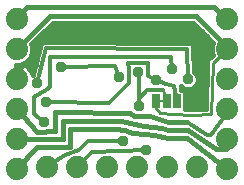
<source format=gbl>
G75*
%MOIN*%
%OFA0B0*%
%FSLAX24Y24*%
%IPPOS*%
%LPD*%
%AMOC8*
5,1,8,0,0,1.08239X$1,22.5*
%
%ADD10C,0.0740*%
%ADD11C,0.0080*%
%ADD12R,0.0250X0.0500*%
%ADD13C,0.0160*%
%ADD14C,0.0120*%
%ADD15C,0.0376*%
%ADD16C,0.0100*%
D10*
X000940Y000912D03*
X001944Y000995D03*
X002944Y000995D03*
X003944Y000995D03*
X004944Y000995D03*
X005944Y000995D03*
X006944Y000995D03*
X007940Y000912D03*
X007940Y001912D03*
X007940Y002912D03*
X007940Y003912D03*
X007940Y004912D03*
X007940Y005912D03*
X000940Y005912D03*
X000940Y004912D03*
X000940Y003912D03*
X000940Y002912D03*
X000940Y001912D03*
D11*
X005586Y003180D02*
X005936Y003180D01*
D12*
X005936Y003180D03*
X005586Y003180D03*
X006286Y003180D03*
D13*
X006551Y003135D02*
X007235Y003135D01*
X007230Y002976D02*
X006551Y002976D01*
X006551Y002934D02*
X006551Y003488D01*
X006469Y003570D01*
X006414Y003570D01*
X006393Y003675D01*
X006399Y003694D01*
X006459Y003634D01*
X006579Y003584D01*
X006710Y003584D01*
X006830Y003634D01*
X006923Y003726D01*
X006973Y003847D01*
X006973Y003978D01*
X006923Y004098D01*
X006843Y004177D01*
X006825Y004946D01*
X006825Y005026D01*
X006823Y005028D01*
X006823Y005031D01*
X006765Y005087D01*
X006709Y005143D01*
X006705Y005143D01*
X006703Y005146D01*
X006623Y005144D01*
X001920Y005163D01*
X001861Y005177D01*
X001840Y005164D01*
X001815Y005164D01*
X001772Y005121D01*
X001721Y005090D01*
X001715Y005065D01*
X001697Y005047D01*
X001697Y004987D01*
X001485Y004081D01*
X001466Y004073D01*
X001450Y004123D01*
X001410Y004201D01*
X001359Y004271D01*
X001298Y004332D01*
X001228Y004383D01*
X001151Y004422D01*
X001116Y004433D01*
X001229Y004480D01*
X001372Y004623D01*
X001450Y004811D01*
X001450Y005014D01*
X001421Y005083D01*
X002133Y005795D01*
X006821Y005795D01*
X007480Y005136D01*
X007430Y005014D01*
X007430Y004811D01*
X007464Y004728D01*
X007399Y004668D01*
X007342Y004615D01*
X007284Y004561D01*
X007284Y004560D01*
X007281Y004481D01*
X007279Y004403D01*
X006838Y004403D01*
X006834Y004561D02*
X007285Y004561D01*
X007284Y004560D02*
X007284Y004560D01*
X007279Y004403D02*
X007279Y004403D01*
X007229Y002942D01*
X006738Y002933D01*
X006551Y002934D01*
X006551Y003293D02*
X007241Y003293D01*
X007246Y003452D02*
X006551Y003452D01*
X006516Y003610D02*
X006406Y003610D01*
X006773Y003610D02*
X007252Y003610D01*
X007257Y003769D02*
X006940Y003769D01*
X006973Y003927D02*
X007262Y003927D01*
X007268Y004086D02*
X006928Y004086D01*
X006842Y004244D02*
X007273Y004244D01*
X007399Y004668D02*
X007399Y004668D01*
X007455Y004720D02*
X006830Y004720D01*
X006827Y004878D02*
X007430Y004878D01*
X007439Y005037D02*
X006817Y005037D01*
X007262Y005354D02*
X001693Y005354D01*
X001851Y005512D02*
X007103Y005512D01*
X006945Y005671D02*
X002010Y005671D01*
X002042Y006015D02*
X000940Y004912D01*
X001412Y004720D02*
X001634Y004720D01*
X001671Y004878D02*
X001450Y004878D01*
X001440Y005037D02*
X001697Y005037D01*
X001534Y005195D02*
X007420Y005195D01*
X007940Y004987D02*
X007940Y004912D01*
X007940Y004987D02*
X006912Y006015D01*
X002042Y006015D01*
X001278Y006326D02*
X007526Y006326D01*
X007940Y005912D01*
X007940Y002912D02*
X007936Y002806D01*
X007940Y001912D02*
X007900Y001593D01*
X007562Y001605D01*
X006649Y002231D01*
X005971Y002231D01*
X005767Y002282D01*
X005180Y002349D01*
X004400Y002523D01*
X004298Y002523D01*
X002460Y002534D01*
X002460Y001916D01*
X000940Y001912D01*
X001605Y001664D02*
X002711Y001672D01*
X002711Y002267D01*
X004219Y002259D01*
X004550Y002231D01*
X004790Y002133D01*
X005204Y002109D01*
X005523Y002074D01*
X005963Y001952D01*
X006593Y001952D01*
X007940Y000912D01*
X006617Y002495D02*
X005987Y002499D01*
X005373Y002680D01*
X005086Y002680D01*
X004849Y002696D01*
X004708Y002810D01*
X002204Y002814D01*
X002204Y002180D01*
X001617Y002176D01*
X000940Y002912D01*
X000960Y003932D02*
X000960Y004402D01*
X000920Y004402D01*
X000920Y003932D01*
X000960Y003932D01*
X000960Y004086D02*
X000920Y004086D01*
X000920Y004244D02*
X000960Y004244D01*
X001188Y004403D02*
X001560Y004403D01*
X001523Y004244D02*
X001378Y004244D01*
X001462Y004086D02*
X001486Y004086D01*
X001597Y004561D02*
X001310Y004561D01*
X000940Y005912D02*
X000940Y005987D01*
X001278Y006326D01*
X001605Y001664D02*
X000940Y000963D01*
X000940Y000912D01*
D14*
X001944Y000995D02*
X001948Y000991D01*
X001987Y001019D01*
X002546Y001393D01*
X003015Y001554D01*
X003322Y001873D01*
X004483Y001873D01*
X005243Y001554D02*
X003456Y001507D01*
X002944Y000995D01*
X001845Y002511D02*
X001526Y002767D01*
X001526Y003318D01*
X001924Y003574D01*
X002030Y003649D01*
X002054Y003676D01*
X002054Y004668D01*
X006074Y004668D01*
X006097Y004263D01*
X005920Y003763D02*
X005566Y003881D01*
X005314Y004023D01*
X005326Y004463D01*
X004656Y004463D01*
X004660Y004274D01*
X004660Y003794D01*
X004026Y003141D01*
X001900Y003160D01*
X001621Y003782D02*
X001897Y004963D01*
X006625Y004944D01*
X006649Y003963D01*
X006645Y003912D01*
X006187Y003684D02*
X005920Y003763D01*
X005799Y003570D02*
X005267Y003566D01*
X004999Y003251D01*
X004995Y003141D01*
X004995Y003034D01*
X004999Y003251D02*
X004999Y004145D01*
X004975Y004149D01*
X004341Y004003D02*
X004223Y004349D01*
X002400Y004341D01*
X001558Y004652D02*
X001558Y004952D01*
X001960Y005412D01*
X001558Y004652D02*
X000940Y004149D01*
X000940Y003912D01*
X006187Y003684D02*
X006286Y003180D01*
X006617Y002495D02*
X007267Y002058D01*
X007400Y002058D01*
X007936Y002806D01*
D15*
X006645Y003912D03*
X007137Y003963D03*
X006097Y004263D03*
X005566Y003881D03*
X004975Y004149D03*
X004341Y004003D03*
X004995Y003034D03*
X004483Y001873D03*
X005243Y001554D03*
X001900Y003160D03*
X001845Y002511D03*
X001621Y003782D03*
X002400Y004341D03*
X001960Y005412D03*
D16*
X005586Y003180D02*
X005589Y002971D01*
X005711Y002786D01*
X006192Y002747D01*
X006739Y002743D01*
X007412Y002755D01*
X007471Y004475D01*
X007940Y004912D01*
X005799Y003570D02*
X005936Y003180D01*
M02*

</source>
